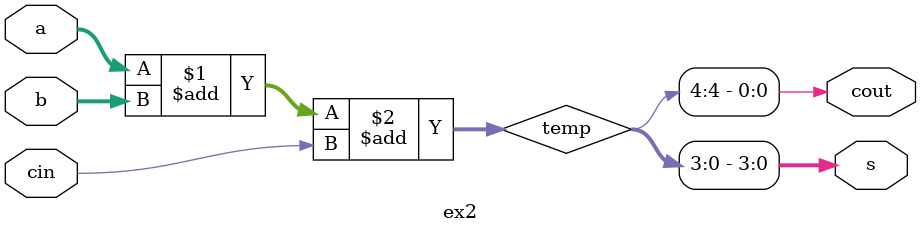
<source format=sv>
module ex2 (
    input logic [3:0] a, b,
    input logic cin,
    output logic [3:0] s,
    output logic cout
);
    logic [4:0] temp;
    assign temp = a + b + cin;
    assign cout = temp[4];
    assign s = temp[3:0];
endmodule
</source>
